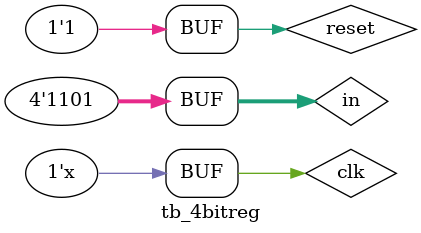
<source format=sv>
`timescale 1ns / 1ps


module tb_4bitreg;

logic [3:0] in;
//logic [3:0] resDF;
logic [3:0] resBV;
logic clk = 0;
logic reset;

regBV DUT(.D(in), .CLK(clk), .reset(reset), .Q(resBV));
//regDF DET(.D(in), .CLK(clk), .reset(reset), .Q(resDF));

always #5 clk = ~clk;

initial begin
    in= 4'b0011;
    reset= 1'b1;
#5
    in= 4'b1100;
    reset= 1'b1;
#5
    in= 4'b0101;
    reset= 1'b0;
#5
    in= 4'b0100;
    reset= 1'b1;
#2
    in= 4'b1101;
    reset= 1'b1;
//#10
//$finish;
end
endmodule

</source>
